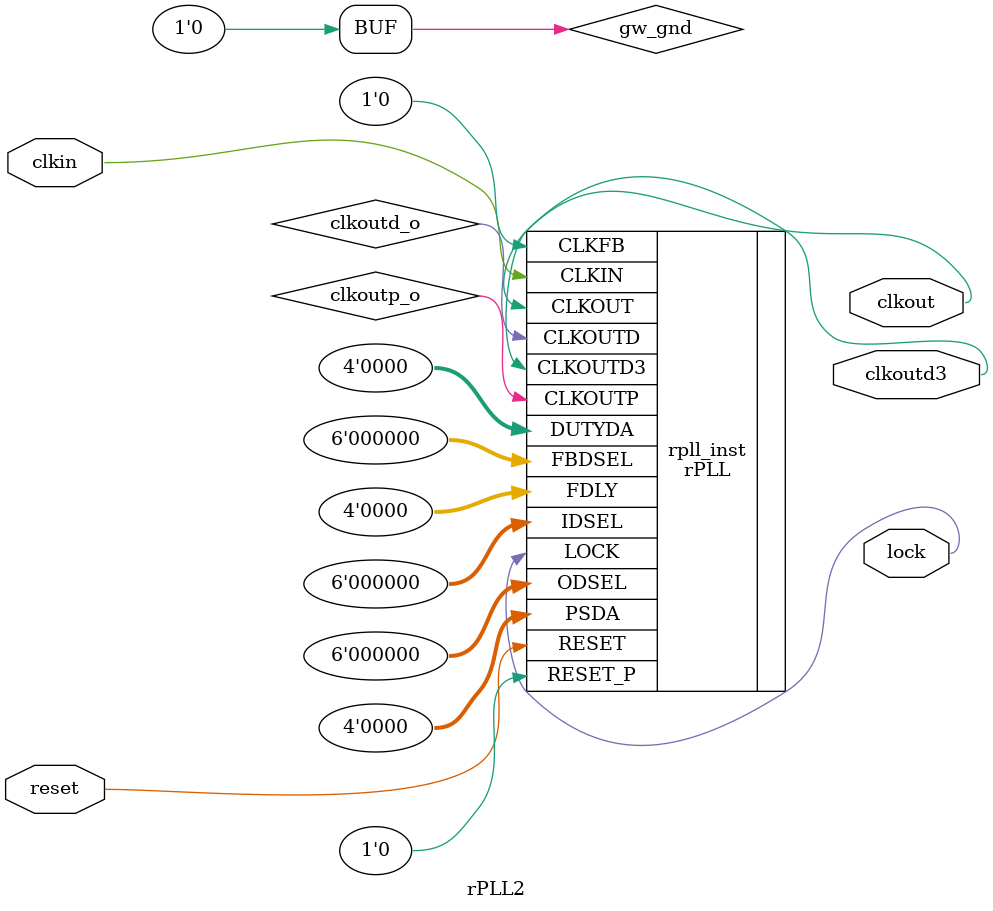
<source format=v>

module rPLL2 (clkout, lock, clkoutd3, reset, clkin);

output clkout;
output lock;
output clkoutd3;
input reset;
input clkin;

wire clkoutp_o;
wire clkoutd_o;
wire gw_gnd;

assign gw_gnd = 1'b0;

rPLL rpll_inst (
    .CLKOUT(clkout),
    .LOCK(lock),
    .CLKOUTP(clkoutp_o),
    .CLKOUTD(clkoutd_o),
    .CLKOUTD3(clkoutd3),
    .RESET(reset),
    .RESET_P(gw_gnd),
    .CLKIN(clkin),
    .CLKFB(gw_gnd),
    .FBDSEL({gw_gnd,gw_gnd,gw_gnd,gw_gnd,gw_gnd,gw_gnd}),
    .IDSEL({gw_gnd,gw_gnd,gw_gnd,gw_gnd,gw_gnd,gw_gnd}),
    .ODSEL({gw_gnd,gw_gnd,gw_gnd,gw_gnd,gw_gnd,gw_gnd}),
    .PSDA({gw_gnd,gw_gnd,gw_gnd,gw_gnd}),
    .DUTYDA({gw_gnd,gw_gnd,gw_gnd,gw_gnd}),
    .FDLY({gw_gnd,gw_gnd,gw_gnd,gw_gnd})
);

defparam rpll_inst.FCLKIN = "27";
defparam rpll_inst.DYN_IDIV_SEL = "false";
defparam rpll_inst.IDIV_SEL = 8;
defparam rpll_inst.DYN_FBDIV_SEL = "false";
defparam rpll_inst.FBDIV_SEL = 55;
defparam rpll_inst.DYN_ODIV_SEL = "false";
defparam rpll_inst.ODIV_SEL = 4;
defparam rpll_inst.PSDA_SEL = "0000";
defparam rpll_inst.DYN_DA_EN = "true";
defparam rpll_inst.DUTYDA_SEL = "1000";
defparam rpll_inst.CLKOUT_FT_DIR = 1'b1;
defparam rpll_inst.CLKOUTP_FT_DIR = 1'b1;
defparam rpll_inst.CLKOUT_DLY_STEP = 0;
defparam rpll_inst.CLKOUTP_DLY_STEP = 0;
defparam rpll_inst.CLKFB_SEL = "internal";
defparam rpll_inst.CLKOUT_BYPASS = "false";
defparam rpll_inst.CLKOUTP_BYPASS = "false";
defparam rpll_inst.CLKOUTD_BYPASS = "false";
defparam rpll_inst.DYN_SDIV_SEL = 2;
defparam rpll_inst.CLKOUTD_SRC = "CLKOUT";
defparam rpll_inst.CLKOUTD3_SRC = "CLKOUT";
defparam rpll_inst.DEVICE = "GW1NR-9C";

endmodule //rPLL2

</source>
